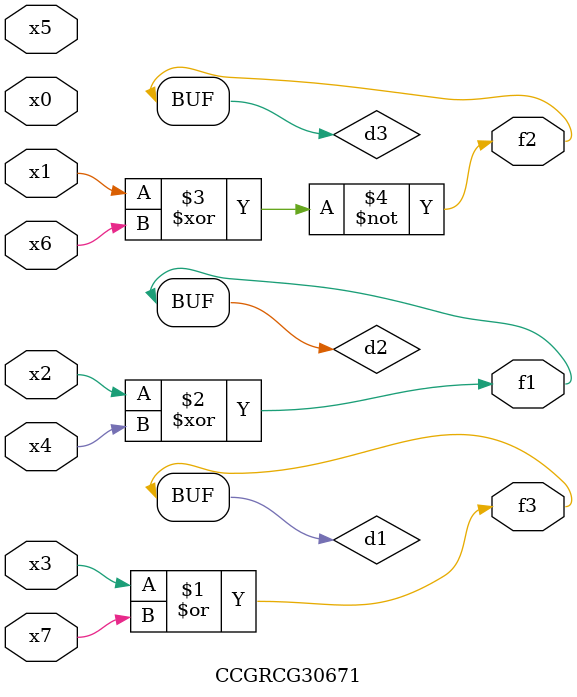
<source format=v>
module CCGRCG30671(
	input x0, x1, x2, x3, x4, x5, x6, x7,
	output f1, f2, f3
);

	wire d1, d2, d3;

	or (d1, x3, x7);
	xor (d2, x2, x4);
	xnor (d3, x1, x6);
	assign f1 = d2;
	assign f2 = d3;
	assign f3 = d1;
endmodule

</source>
